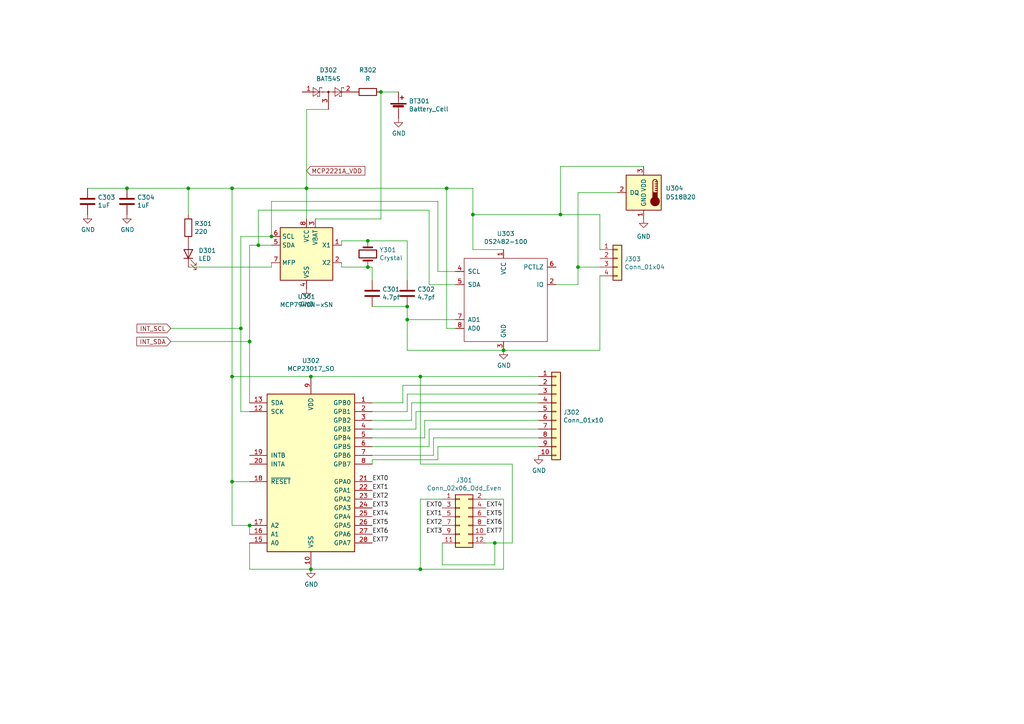
<source format=kicad_sch>
(kicad_sch (version 20211123) (generator eeschema)
  (paper "A4")
  (lib_symbols
    (symbol "445project_hub_new-rescue:DS2482-100-445project_hub-rescue" (pin_names (offset 1.016))
      (property "Reference" "U" (at 0 0 0))
      (property "Value" "DS2482-100-445project_hub-rescue" (at 0 0 0))
      (symbol "DS2482-100-445project_hub-rescue_0_0"
        (pin unspecified line (at 0 13.97 270) (length 2.54) (name "VCC") (number "1"))
        (pin unspecified line (at 15.24 3.81 180) (length 2.54) (name "IO") (number "2"))
        (pin unspecified line (at 0 -15.24 90) (length 2.54) (name "GND") (number "3"))
        (pin unspecified line (at -13.97 7.62 0) (length 2.54) (name "SCL") (number "4"))
        (pin unspecified line (at -13.97 3.81 0) (length 2.54) (name "SDA") (number "5"))
        (pin unspecified line (at 15.24 8.89 180) (length 2.54) (name "PCTLZ") (number "6"))
        (pin unspecified line (at -13.97 -6.35 0) (length 2.54) (name "AD1") (number "7"))
        (pin unspecified line (at -13.97 -8.89 0) (length 2.54) (name "AD0") (number "8"))
      )
      (symbol "DS2482-100-445project_hub-rescue_0_1"
        (rectangle (start -11.43 11.43) (end 12.7 -12.7))
      )
    )
    (symbol "445project_hub_new-rescue:MCP7940N-xSN-Timer"
      (property "Reference" "U" (at -6.35 8.89 0))
      (property "Value" "MCP7940N-xSN-Timer" (at 11.43 8.89 0))
      (symbol "MCP7940N-xSN-Timer_0_1"
        (rectangle (start -7.62 7.62) (end 7.62 -7.62) (stroke (width 0.254)) (fill (type background)))
      )
      (symbol "MCP7940N-xSN-Timer_1_1"
        (pin input line (at 10.16 2.54 180) (length 2.54) (name "X1") (number "1"))
        (pin output line (at 10.16 -2.54 180) (length 2.54) (name "X2") (number "2"))
        (pin power_in line (at 2.54 10.16 270) (length 2.54) (name "VBAT") (number "3"))
        (pin power_in line (at 0 -10.16 90) (length 2.54) (name "VSS") (number "4"))
        (pin bidirectional line (at -10.16 2.54 0) (length 2.54) (name "SDA") (number "5"))
        (pin input line (at -10.16 5.08 0) (length 2.54) (name "SCL") (number "6"))
        (pin open_collector line (at -10.16 -2.54 0) (length 2.54) (name "MFP") (number "7"))
        (pin power_in line (at 0 10.16 270) (length 2.54) (name "VCC") (number "8"))
      )
    )
    (symbol "Connector_Generic:Conn_01x04" (pin_names (offset 1.016) hide)
      (property "Reference" "J" (at 0 5.08 0))
      (property "Value" "Conn_01x04" (at 0 -7.62 0))
      (symbol "Conn_01x04_1_1"
        (rectangle (start -1.27 -4.953) (end 0 -5.207) (stroke (width 0.1524)))
        (rectangle (start -1.27 -2.413) (end 0 -2.667) (stroke (width 0.1524)))
        (rectangle (start -1.27 0.127) (end 0 -0.127) (stroke (width 0.1524)))
        (rectangle (start -1.27 2.667) (end 0 2.413) (stroke (width 0.1524)))
        (rectangle (start -1.27 3.81) (end 1.27 -6.35) (stroke (width 0.254)) (fill (type background)))
        (pin passive line (at -5.08 2.54 0) (length 3.81) (name "Pin_1") (number "1"))
        (pin passive line (at -5.08 0 0) (length 3.81) (name "Pin_2") (number "2"))
        (pin passive line (at -5.08 -2.54 0) (length 3.81) (name "Pin_3") (number "3"))
        (pin passive line (at -5.08 -5.08 0) (length 3.81) (name "Pin_4") (number "4"))
      )
    )
    (symbol "Connector_Generic:Conn_01x10" (pin_names (offset 1.016) hide)
      (property "Reference" "J" (at 0 12.7 0))
      (property "Value" "Conn_01x10" (at 0 -15.24 0))
      (symbol "Conn_01x10_1_1"
        (rectangle (start -1.27 -12.573) (end 0 -12.827) (stroke (width 0.1524)))
        (rectangle (start -1.27 -10.033) (end 0 -10.287) (stroke (width 0.1524)))
        (rectangle (start -1.27 -7.493) (end 0 -7.747) (stroke (width 0.1524)))
        (rectangle (start -1.27 -4.953) (end 0 -5.207) (stroke (width 0.1524)))
        (rectangle (start -1.27 -2.413) (end 0 -2.667) (stroke (width 0.1524)))
        (rectangle (start -1.27 0.127) (end 0 -0.127) (stroke (width 0.1524)))
        (rectangle (start -1.27 2.667) (end 0 2.413) (stroke (width 0.1524)))
        (rectangle (start -1.27 5.207) (end 0 4.953) (stroke (width 0.1524)))
        (rectangle (start -1.27 7.747) (end 0 7.493) (stroke (width 0.1524)))
        (rectangle (start -1.27 10.287) (end 0 10.033) (stroke (width 0.1524)))
        (rectangle (start -1.27 11.43) (end 1.27 -13.97) (stroke (width 0.254)) (fill (type background)))
        (pin passive line (at -5.08 10.16 0) (length 3.81) (name "Pin_1") (number "1"))
        (pin passive line (at -5.08 -12.7 0) (length 3.81) (name "Pin_10") (number "10"))
        (pin passive line (at -5.08 7.62 0) (length 3.81) (name "Pin_2") (number "2"))
        (pin passive line (at -5.08 5.08 0) (length 3.81) (name "Pin_3") (number "3"))
        (pin passive line (at -5.08 2.54 0) (length 3.81) (name "Pin_4") (number "4"))
        (pin passive line (at -5.08 0 0) (length 3.81) (name "Pin_5") (number "5"))
        (pin passive line (at -5.08 -2.54 0) (length 3.81) (name "Pin_6") (number "6"))
        (pin passive line (at -5.08 -5.08 0) (length 3.81) (name "Pin_7") (number "7"))
        (pin passive line (at -5.08 -7.62 0) (length 3.81) (name "Pin_8") (number "8"))
        (pin passive line (at -5.08 -10.16 0) (length 3.81) (name "Pin_9") (number "9"))
      )
    )
    (symbol "Connector_Generic:Conn_02x06_Odd_Even" (pin_names (offset 1.016) hide)
      (property "Reference" "J" (at 1.27 7.62 0))
      (property "Value" "Conn_02x06_Odd_Even" (at 1.27 -10.16 0))
      (symbol "Conn_02x06_Odd_Even_1_1"
        (rectangle (start -1.27 -7.493) (end 0 -7.747) (stroke (width 0.1524)))
        (rectangle (start -1.27 -4.953) (end 0 -5.207) (stroke (width 0.1524)))
        (rectangle (start -1.27 -2.413) (end 0 -2.667) (stroke (width 0.1524)))
        (rectangle (start -1.27 0.127) (end 0 -0.127) (stroke (width 0.1524)))
        (rectangle (start -1.27 2.667) (end 0 2.413) (stroke (width 0.1524)))
        (rectangle (start -1.27 5.207) (end 0 4.953) (stroke (width 0.1524)))
        (rectangle (start -1.27 6.35) (end 3.81 -8.89) (stroke (width 0.254)) (fill (type background)))
        (rectangle (start 3.81 -7.493) (end 2.54 -7.747) (stroke (width 0.1524)))
        (rectangle (start 3.81 -4.953) (end 2.54 -5.207) (stroke (width 0.1524)))
        (rectangle (start 3.81 -2.413) (end 2.54 -2.667) (stroke (width 0.1524)))
        (rectangle (start 3.81 0.127) (end 2.54 -0.127) (stroke (width 0.1524)))
        (rectangle (start 3.81 2.667) (end 2.54 2.413) (stroke (width 0.1524)))
        (rectangle (start 3.81 5.207) (end 2.54 4.953) (stroke (width 0.1524)))
        (pin passive line (at -5.08 5.08 0) (length 3.81) (name "Pin_1") (number "1"))
        (pin passive line (at 7.62 -5.08 180) (length 3.81) (name "Pin_10") (number "10"))
        (pin passive line (at -5.08 -7.62 0) (length 3.81) (name "Pin_11") (number "11"))
        (pin passive line (at 7.62 -7.62 180) (length 3.81) (name "Pin_12") (number "12"))
        (pin passive line (at 7.62 5.08 180) (length 3.81) (name "Pin_2") (number "2"))
        (pin passive line (at -5.08 2.54 0) (length 3.81) (name "Pin_3") (number "3"))
        (pin passive line (at 7.62 2.54 180) (length 3.81) (name "Pin_4") (number "4"))
        (pin passive line (at -5.08 0 0) (length 3.81) (name "Pin_5") (number "5"))
        (pin passive line (at 7.62 0 180) (length 3.81) (name "Pin_6") (number "6"))
        (pin passive line (at -5.08 -2.54 0) (length 3.81) (name "Pin_7") (number "7"))
        (pin passive line (at 7.62 -2.54 180) (length 3.81) (name "Pin_8") (number "8"))
        (pin passive line (at -5.08 -5.08 0) (length 3.81) (name "Pin_9") (number "9"))
      )
    )
    (symbol "Device:Battery_Cell" (pin_numbers hide) (pin_names (offset 0) hide)
      (property "Reference" "BT" (at 2.54 2.54 0))
      (property "Value" "Battery_Cell" (at 2.54 0 0))
      (symbol "Battery_Cell_0_1"
        (rectangle (start -2.286 1.778) (end 2.286 1.524) (fill (type outline)))
        (rectangle (start -1.5748 1.1938) (end 1.4732 0.6858) (fill (type outline)))
        (polyline (pts (xy 0 0.762) (xy 0 0)))
        (polyline (pts (xy 0 1.778) (xy 0 2.54)))
        (polyline (pts (xy 0.508 3.429) (xy 1.524 3.429)) (stroke (width 0.254)))
        (polyline (pts (xy 1.016 3.937) (xy 1.016 2.921)) (stroke (width 0.254)))
      )
      (symbol "Battery_Cell_1_1"
        (pin passive line (at 0 5.08 270) (length 2.54) (name "+") (number "1"))
        (pin passive line (at 0 -2.54 90) (length 2.54) (name "-") (number "2"))
      )
    )
    (symbol "Device:C" (pin_numbers hide) (pin_names (offset 0.254))
      (property "Reference" "C" (at 0.635 2.54 0))
      (property "Value" "C" (at 0.635 -2.54 0))
      (symbol "C_0_1"
        (polyline (pts (xy -2.032 -0.762) (xy 2.032 -0.762)) (stroke (width 0.508)))
        (polyline (pts (xy -2.032 0.762) (xy 2.032 0.762)) (stroke (width 0.508)))
      )
      (symbol "C_1_1"
        (pin passive line (at 0 3.81 270) (length 2.794) (name "~") (number "1"))
        (pin passive line (at 0 -3.81 90) (length 2.794) (name "~") (number "2"))
      )
    )
    (symbol "Device:Crystal" (pin_numbers hide) (pin_names (offset 1.016) hide)
      (property "Reference" "Y" (at 0 3.81 0))
      (property "Value" "Crystal" (at 0 -3.81 0))
      (symbol "Crystal_0_1"
        (rectangle (start -1.143 2.54) (end 1.143 -2.54) (stroke (width 0.3048)))
        (polyline (pts (xy -2.54 0) (xy -1.905 0)))
        (polyline (pts (xy -1.905 -1.27) (xy -1.905 1.27)) (stroke (width 0.508)))
        (polyline (pts (xy 1.905 -1.27) (xy 1.905 1.27)) (stroke (width 0.508)))
        (polyline (pts (xy 2.54 0) (xy 1.905 0)))
      )
      (symbol "Crystal_1_1"
        (pin passive line (at -3.81 0 0) (length 1.27) (name "1") (number "1"))
        (pin passive line (at 3.81 0 180) (length 1.27) (name "2") (number "2"))
      )
    )
    (symbol "Device:LED" (pin_numbers hide) (pin_names (offset 1.016) hide)
      (property "Reference" "D" (at 0 2.54 0))
      (property "Value" "LED" (at 0 -2.54 0))
      (symbol "LED_0_1"
        (polyline (pts (xy -1.27 -1.27) (xy -1.27 1.27)) (stroke (width 0.254)))
        (polyline (pts (xy -1.27 0) (xy 1.27 0)))
        (polyline (pts (xy 1.27 -1.27) (xy 1.27 1.27) (xy -1.27 0) (xy 1.27 -1.27)) (stroke (width 0.254)))
        (polyline (pts (xy -3.048 -0.762) (xy -4.572 -2.286) (xy -3.81 -2.286) (xy -4.572 -2.286) (xy -4.572 -1.524)))
        (polyline (pts (xy -1.778 -0.762) (xy -3.302 -2.286) (xy -2.54 -2.286) (xy -3.302 -2.286) (xy -3.302 -1.524)))
      )
      (symbol "LED_1_1"
        (pin passive line (at -3.81 0 0) (length 2.54) (name "K") (number "1"))
        (pin passive line (at 3.81 0 180) (length 2.54) (name "A") (number "2"))
      )
    )
    (symbol "Device:R" (pin_numbers hide) (pin_names (offset 0))
      (property "Reference" "R" (at 2.032 0 90))
      (property "Value" "R" (at 0 0 90))
      (symbol "R_0_1"
        (rectangle (start -1.016 -2.54) (end 1.016 2.54) (stroke (width 0.254)))
      )
      (symbol "R_1_1"
        (pin passive line (at 0 3.81 270) (length 1.27) (name "~") (number "1"))
        (pin passive line (at 0 -3.81 90) (length 1.27) (name "~") (number "2"))
      )
    )
    (symbol "Diode:BAT54S" (pin_names (offset 1.016))
      (property "Reference" "D" (at 0.635 -3.81 0))
      (property "Value" "BAT54S" (at -6.35 3.175 0))
      (symbol "BAT54S_0_1"
        (polyline (pts (xy -3.81 0) (xy -1.27 0)))
        (polyline (pts (xy -3.175 -1.27) (xy -3.175 -1.016)))
        (polyline (pts (xy -2.54 -1.27) (xy -3.175 -1.27)))
        (polyline (pts (xy -2.54 -1.27) (xy -2.54 1.27)))
        (polyline (pts (xy -2.54 1.27) (xy -1.905 1.27)))
        (polyline (pts (xy -1.905 0) (xy 1.905 0)))
        (polyline (pts (xy -1.905 1.27) (xy -1.905 1.016)))
        (polyline (pts (xy 1.27 0) (xy 3.81 0)))
        (polyline (pts (xy 3.175 -1.27) (xy 3.175 -1.016)))
        (polyline (pts (xy 3.81 -1.27) (xy 3.175 -1.27)))
        (polyline (pts (xy 3.81 -1.27) (xy 3.81 1.27)))
        (polyline (pts (xy 3.81 1.27) (xy 4.445 1.27)))
        (polyline (pts (xy 4.445 1.27) (xy 4.445 1.016)))
        (polyline (pts (xy -4.445 1.27) (xy -4.445 -1.27) (xy -2.54 0) (xy -4.445 1.27)))
        (polyline (pts (xy 1.905 1.27) (xy 1.905 -1.27) (xy 3.81 0) (xy 1.905 1.27)))
        (circle (center 0 0) (radius 0.254) (fill (type outline)))
      )
      (symbol "BAT54S_1_1"
        (pin passive line (at -7.62 0 0) (length 3.81) (name "~") (number "1"))
        (pin passive line (at 7.62 0 180) (length 3.81) (name "~") (number "2"))
        (pin passive line (at 0 -5.08 90) (length 5.08) (name "~") (number "3"))
      )
    )
    (symbol "Interface_Expansion:MCP23017_SO" (pin_names (offset 1.016))
      (property "Reference" "U" (at -11.43 24.13 0))
      (property "Value" "MCP23017_SO" (at 0 0 0))
      (symbol "MCP23017_SO_0_1"
        (rectangle (start -12.7 22.86) (end 12.7 -22.86) (stroke (width 0.254)) (fill (type background)))
      )
      (symbol "MCP23017_SO_1_1"
        (pin bidirectional line (at 17.78 20.32 180) (length 5.08) (name "GPB0") (number "1"))
        (pin power_in line (at 0 -27.94 90) (length 5.08) (name "VSS") (number "10"))
        (pin no_connect line (at -12.7 15.24 0) (length 5.08) hide (name "NC") (number "11"))
        (pin input line (at -17.78 17.78 0) (length 5.08) (name "SCK") (number "12"))
        (pin bidirectional line (at -17.78 20.32 0) (length 5.08) (name "SDA") (number "13"))
        (pin no_connect line (at -12.7 12.7 0) (length 5.08) hide (name "NC") (number "14"))
        (pin input line (at -17.78 -20.32 0) (length 5.08) (name "A0") (number "15"))
        (pin input line (at -17.78 -17.78 0) (length 5.08) (name "A1") (number "16"))
        (pin input line (at -17.78 -15.24 0) (length 5.08) (name "A2") (number "17"))
        (pin input line (at -17.78 -2.54 0) (length 5.08) (name "~{RESET}") (number "18"))
        (pin tri_state line (at -17.78 5.08 0) (length 5.08) (name "INTB") (number "19"))
        (pin bidirectional line (at 17.78 17.78 180) (length 5.08) (name "GPB1") (number "2"))
        (pin tri_state line (at -17.78 2.54 0) (length 5.08) (name "INTA") (number "20"))
        (pin bidirectional line (at 17.78 -2.54 180) (length 5.08) (name "GPA0") (number "21"))
        (pin bidirectional line (at 17.78 -5.08 180) (length 5.08) (name "GPA1") (number "22"))
        (pin bidirectional line (at 17.78 -7.62 180) (length 5.08) (name "GPA2") (number "23"))
        (pin bidirectional line (at 17.78 -10.16 180) (length 5.08) (name "GPA3") (number "24"))
        (pin bidirectional line (at 17.78 -12.7 180) (length 5.08) (name "GPA4") (number "25"))
        (pin bidirectional line (at 17.78 -15.24 180) (length 5.08) (name "GPA5") (number "26"))
        (pin bidirectional line (at 17.78 -17.78 180) (length 5.08) (name "GPA6") (number "27"))
        (pin bidirectional line (at 17.78 -20.32 180) (length 5.08) (name "GPA7") (number "28"))
        (pin bidirectional line (at 17.78 15.24 180) (length 5.08) (name "GPB2") (number "3"))
        (pin bidirectional line (at 17.78 12.7 180) (length 5.08) (name "GPB3") (number "4"))
        (pin bidirectional line (at 17.78 10.16 180) (length 5.08) (name "GPB4") (number "5"))
        (pin bidirectional line (at 17.78 7.62 180) (length 5.08) (name "GPB5") (number "6"))
        (pin bidirectional line (at 17.78 5.08 180) (length 5.08) (name "GPB6") (number "7"))
        (pin bidirectional line (at 17.78 2.54 180) (length 5.08) (name "GPB7") (number "8"))
        (pin power_in line (at 0 27.94 270) (length 5.08) (name "VDD") (number "9"))
      )
    )
    (symbol "Sensor_Temperature:DS18B20" (pin_names (offset 1.016))
      (property "Reference" "U" (at -3.81 6.35 0))
      (property "Value" "DS18B20" (at 6.35 6.35 0))
      (symbol "DS18B20_0_1"
        (rectangle (start -5.08 5.08) (end 5.08 -5.08) (stroke (width 0.254)) (fill (type background)))
        (circle (center -3.302 -2.54) (radius 1.27) (stroke (width 0.254)) (fill (type outline)))
        (rectangle (start -2.667 -1.905) (end -3.937 0) (stroke (width 0.254)) (fill (type outline)))
        (arc (start -2.667 3.175) (mid -3.302 3.81) (end -3.937 3.175) (stroke (width 0.254)))
        (polyline (pts (xy -3.937 0.635) (xy -3.302 0.635)) (stroke (width 0.254)))
        (polyline (pts (xy -3.937 1.27) (xy -3.302 1.27)) (stroke (width 0.254)))
        (polyline (pts (xy -3.937 1.905) (xy -3.302 1.905)) (stroke (width 0.254)))
        (polyline (pts (xy -3.937 2.54) (xy -3.302 2.54)) (stroke (width 0.254)))
        (polyline (pts (xy -3.937 3.175) (xy -3.937 0)) (stroke (width 0.254)))
        (polyline (pts (xy -3.937 3.175) (xy -3.302 3.175)) (stroke (width 0.254)))
        (polyline (pts (xy -2.667 3.175) (xy -2.667 0)) (stroke (width 0.254)))
      )
      (symbol "DS18B20_1_1"
        (pin power_in line (at 0 -7.62 90) (length 2.54) (name "GND") (number "1"))
        (pin bidirectional line (at 7.62 0 180) (length 2.54) (name "DQ") (number "2"))
        (pin power_in line (at 0 7.62 270) (length 2.54) (name "VDD") (number "3"))
      )
    )
    (symbol "power:GND" (power) (pin_names (offset 0))
      (property "Value" "GND" (at 0 -3.81 0))
      (symbol "GND_0_1"
        (polyline (pts (xy 0 0) (xy 0 -1.27) (xy 1.27 -1.27) (xy 0 -2.54) (xy -1.27 -1.27) (xy 0 -1.27)))
      )
      (symbol "GND_1_1"
        (pin power_in line (at 0 0 270) (length 0) hide (name "GND") (number "1"))
      )
    )
  )
  (junction (at 146.05 101.6))
  (junction (at 36.83 54.61))
  (junction (at 90.17 109.22))
  (junction (at 162.56 62.23))
  (junction (at 67.31 54.61))
  (junction (at 167.64 77.47))
  (junction (at 121.92 109.22))
  (junction (at 110.49 26.67))
  (junction (at 69.85 95.25))
  (junction (at 137.16 62.23))
  (junction (at 72.39 99.06))
  (junction (at 88.9 54.61))
  (junction (at 54.61 54.61))
  (junction (at 118.11 92.71))
  (junction (at 106.68 69.85))
  (junction (at 129.54 54.61))
  (junction (at 78.74 68.58))
  (junction (at 121.92 165.1))
  (junction (at 90.17 165.1))
  (junction (at 67.31 109.22))
  (junction (at 118.11 88.9))
  (junction (at 67.31 139.7))
  (junction (at 74.93 71.12))
  (junction (at 143.51 157.48))
  (junction (at 72.39 152.4))
  (junction (at 106.68 77.47))
  (wire (pts (xy 124.46 60.96) (xy 124.46 82.55)))
  (wire (pts (xy 78.74 68.58) (xy 69.85 68.58)))
  (wire (pts (xy 88.9 63.5) (xy 88.9 54.61)))
  (wire (pts (xy 179.07 55.88) (xy 167.64 55.88)))
  (wire (pts (xy 127 133.35) (xy 127 129.54)))
  (wire (pts (xy 72.39 71.12) (xy 74.93 71.12)))
  (wire (pts (xy 120.65 124.46) (xy 107.95 124.46)))
  (wire (pts (xy 107.95 133.35) (xy 127 133.35)))
  (wire (pts (xy 67.31 109.22) (xy 67.31 54.61)))
  (wire (pts (xy 127 78.74) (xy 132.08 78.74)))
  (wire (pts (xy 78.74 68.58) (xy 78.74 58.42)))
  (wire (pts (xy 67.31 54.61) (xy 88.9 54.61)))
  (wire (pts (xy 123.19 127) (xy 123.19 121.92)))
  (wire (pts (xy 72.39 116.84) (xy 72.39 99.06)))
  (wire (pts (xy 143.51 163.83) (xy 128.27 163.83)))
  (wire (pts (xy 118.11 88.9) (xy 118.11 92.71)))
  (wire (pts (xy 110.49 26.67) (xy 110.49 63.5)))
  (wire (pts (xy 118.11 101.6) (xy 146.05 101.6)))
  (wire (pts (xy 72.39 99.06) (xy 49.53 99.06)))
  (wire (pts (xy 78.74 77.47) (xy 54.61 77.47)))
  (wire (pts (xy 173.99 77.47) (xy 167.64 77.47)))
  (wire (pts (xy 67.31 152.4) (xy 67.31 139.7)))
  (wire (pts (xy 128.27 144.78) (xy 121.92 144.78)))
  (wire (pts (xy 120.65 119.38) (xy 120.65 124.46)))
  (wire (pts (xy 107.95 116.84) (xy 116.84 116.84)))
  (wire (pts (xy 99.06 76.2) (xy 99.06 77.47)))
  (wire (pts (xy 156.21 124.46) (xy 124.46 124.46)))
  (wire (pts (xy 72.39 165.1) (xy 90.17 165.1)))
  (wire (pts (xy 137.16 54.61) (xy 137.16 62.23)))
  (wire (pts (xy 106.68 69.85) (xy 99.06 69.85)))
  (wire (pts (xy 69.85 95.25) (xy 69.85 119.38)))
  (wire (pts (xy 123.19 121.92) (xy 156.21 121.92)))
  (wire (pts (xy 107.95 77.47) (xy 107.95 81.28)))
  (wire (pts (xy 118.11 119.38) (xy 107.95 119.38)))
  (wire (pts (xy 167.64 55.88) (xy 167.64 77.47)))
  (wire (pts (xy 72.39 157.48) (xy 72.39 165.1)))
  (wire (pts (xy 129.54 54.61) (xy 129.54 95.25)))
  (wire (pts (xy 88.9 31.75) (xy 95.25 31.75)))
  (wire (pts (xy 106.68 69.85) (xy 118.11 69.85)))
  (wire (pts (xy 143.51 157.48) (xy 140.97 157.48)))
  (wire (pts (xy 173.99 80.01) (xy 173.99 101.6)))
  (wire (pts (xy 90.17 109.22) (xy 121.92 109.22)))
  (wire (pts (xy 137.16 62.23) (xy 137.16 72.39)))
  (wire (pts (xy 107.95 121.92) (xy 119.38 121.92)))
  (wire (pts (xy 127 58.42) (xy 127 78.74)))
  (wire (pts (xy 173.99 101.6) (xy 146.05 101.6)))
  (wire (pts (xy 146.05 165.1) (xy 146.05 144.78)))
  (wire (pts (xy 72.39 152.4) (xy 67.31 152.4)))
  (wire (pts (xy 167.64 82.55) (xy 161.29 82.55)))
  (wire (pts (xy 156.21 114.3) (xy 118.11 114.3)))
  (wire (pts (xy 107.95 132.08) (xy 125.73 132.08)))
  (wire (pts (xy 107.95 88.9) (xy 118.11 88.9)))
  (wire (pts (xy 162.56 48.26) (xy 162.56 62.23)))
  (wire (pts (xy 124.46 124.46) (xy 124.46 129.54)))
  (wire (pts (xy 107.95 134.62) (xy 107.95 133.35)))
  (wire (pts (xy 78.74 71.12) (xy 74.93 71.12)))
  (wire (pts (xy 129.54 54.61) (xy 137.16 54.61)))
  (wire (pts (xy 118.11 92.71) (xy 118.11 101.6)))
  (wire (pts (xy 69.85 119.38) (xy 72.39 119.38)))
  (wire (pts (xy 121.92 109.22) (xy 156.21 109.22)))
  (wire (pts (xy 115.57 26.67) (xy 110.49 26.67)))
  (wire (pts (xy 110.49 63.5) (xy 91.44 63.5)))
  (wire (pts (xy 78.74 76.2) (xy 78.74 77.47)))
  (wire (pts (xy 88.9 54.61) (xy 129.54 54.61)))
  (wire (pts (xy 173.99 62.23) (xy 173.99 72.39)))
  (wire (pts (xy 118.11 69.85) (xy 118.11 81.28)))
  (wire (pts (xy 99.06 69.85) (xy 99.06 71.12)))
  (wire (pts (xy 125.73 127) (xy 156.21 127)))
  (wire (pts (xy 121.92 165.1) (xy 146.05 165.1)))
  (wire (pts (xy 54.61 54.61) (xy 54.61 62.23)))
  (wire (pts (xy 67.31 109.22) (xy 67.31 139.7)))
  (wire (pts (xy 72.39 154.94) (xy 72.39 152.4)))
  (wire (pts (xy 121.92 134.62) (xy 148.59 134.62)))
  (wire (pts (xy 72.39 99.06) (xy 72.39 71.12)))
  (wire (pts (xy 121.92 144.78) (xy 121.92 165.1)))
  (wire (pts (xy 90.17 109.22) (xy 67.31 109.22)))
  (wire (pts (xy 137.16 62.23) (xy 162.56 62.23)))
  (wire (pts (xy 69.85 68.58) (xy 69.85 95.25)))
  (wire (pts (xy 121.92 109.22) (xy 121.92 134.62)))
  (wire (pts (xy 67.31 139.7) (xy 72.39 139.7)))
  (wire (pts (xy 49.53 95.25) (xy 69.85 95.25)))
  (wire (pts (xy 90.17 165.1) (xy 121.92 165.1)))
  (wire (pts (xy 132.08 92.71) (xy 118.11 92.71)))
  (wire (pts (xy 143.51 157.48) (xy 143.51 163.83)))
  (wire (pts (xy 127 129.54) (xy 156.21 129.54)))
  (wire (pts (xy 116.84 111.76) (xy 156.21 111.76)))
  (wire (pts (xy 124.46 82.55) (xy 132.08 82.55)))
  (wire (pts (xy 67.31 54.61) (xy 54.61 54.61)))
  (wire (pts (xy 162.56 62.23) (xy 173.99 62.23)))
  (wire (pts (xy 128.27 163.83) (xy 128.27 157.48)))
  (wire (pts (xy 146.05 144.78) (xy 140.97 144.78)))
  (wire (pts (xy 129.54 95.25) (xy 132.08 95.25)))
  (wire (pts (xy 116.84 116.84) (xy 116.84 111.76)))
  (wire (pts (xy 148.59 134.62) (xy 148.59 157.48)))
  (wire (pts (xy 167.64 77.47) (xy 167.64 82.55)))
  (wire (pts (xy 106.68 77.47) (xy 107.95 77.47)))
  (wire (pts (xy 74.93 71.12) (xy 74.93 60.96)))
  (wire (pts (xy 74.93 60.96) (xy 124.46 60.96)))
  (wire (pts (xy 186.69 48.26) (xy 162.56 48.26)))
  (wire (pts (xy 107.95 127) (xy 123.19 127)))
  (wire (pts (xy 36.83 54.61) (xy 54.61 54.61)))
  (wire (pts (xy 118.11 114.3) (xy 118.11 119.38)))
  (wire (pts (xy 124.46 129.54) (xy 107.95 129.54)))
  (wire (pts (xy 156.21 119.38) (xy 120.65 119.38)))
  (wire (pts (xy 25.4 54.61) (xy 36.83 54.61)))
  (wire (pts (xy 148.59 157.48) (xy 143.51 157.48)))
  (wire (pts (xy 119.38 116.84) (xy 156.21 116.84)))
  (wire (pts (xy 99.06 77.47) (xy 106.68 77.47)))
  (wire (pts (xy 119.38 121.92) (xy 119.38 116.84)))
  (wire (pts (xy 78.74 58.42) (xy 127 58.42)))
  (wire (pts (xy 125.73 132.08) (xy 125.73 127)))
  (wire (pts (xy 88.9 31.75) (xy 88.9 54.61)))
  (wire (pts (xy 137.16 72.39) (xy 146.05 72.39)))
  (label "EXT7" (at 107.95 157.48 0))
  (label "EXT0" (at 128.27 147.32 180))
  (label "EXT5" (at 107.95 152.4 0))
  (label "EXT3" (at 128.27 154.94 180))
  (label "EXT3" (at 107.95 147.32 0))
  (label "EXT0" (at 107.95 139.7 0))
  (label "EXT4" (at 107.95 149.86 0))
  (label "EXT2" (at 107.95 144.78 0))
  (label "EXT4" (at 140.97 147.32 0))
  (label "EXT6" (at 107.95 154.94 0))
  (label "EXT6" (at 140.97 152.4 0))
  (label "EXT2" (at 128.27 152.4 180))
  (label "EXT5" (at 140.97 149.86 0))
  (label "EXT1" (at 107.95 142.24 0))
  (label "EXT1" (at 128.27 149.86 180))
  (label "EXT7" (at 140.97 154.94 0))
  (global_label "INT_SDA" (shape input) (at 49.53 99.06 180) (property "Intersheet References" "${INTERSHEET_REFS}" (effects hide)))
  (global_label "MCP2221A_VDD" (shape input) (at 88.9 49.53 0) (property "Intersheet References" "${INTERSHEET_REFS}" (effects hide)))
  (global_label "INT_SCL" (shape input) (at 49.53 95.25 180) (property "Intersheet References" "${INTERSHEET_REFS}" (effects hide)))
  (symbol (lib_id "445project_hub_new-rescue:DS2482-100-445project_hub-rescue") (at 146.05 86.36 0) (unit 1)
    (property "Reference" "U303" (at 146.685 67.7926 0))
    (property "Value" "DS2482-100" (at 146.685 70.104 0))
    (property "Footprint" "Package_SO:SOIC-8_5.23x5.23mm_P1.27mm" (effects hide))
  )
  (symbol (lib_id "Interface_Expansion:MCP23017_SO") (at 90.17 137.16 0) (unit 1)
    (property "Reference" "U302" (at 90.17 104.6226 0))
    (property "Value" "MCP23017_SO" (at 90.17 106.934 0))
    (property "Footprint" "Package_SO:SOIC-28W_7.5x17.9mm_P1.27mm" (effects hide))
    (property "Datasheet" "http://ww1.microchip.com/downloads/en/DeviceDoc/20001952C.pdf" (effects hide))
  )
  (symbol (lib_id "445project_hub_new-rescue:MCP7940N-xSN-Timer") (at 88.9 73.66 0) (unit 1)
    (property "Reference" "U301" (at 88.9 86.0806 0))
    (property "Value" "MCP7940N-xSN" (at 88.9 88.392 0))
    (property "Footprint" "Package_SO:SOIC-8_5.23x5.23mm_P1.27mm" (effects hide))
    (property "Datasheet" "http://ww1.microchip.com/downloads/en/DeviceDoc/20005010F.pdf" (effects hide))
  )
  (symbol (lib_id "power:GND") (at 88.9 83.82 0) (unit 1)
    (property "Reference" "#PWR0301" (effects hide))
    (property "Value" "GND" (at 89.027 88.2142 0))
  )
  (symbol (lib_id "power:GND") (at 90.17 165.1 0) (unit 1)
    (property "Reference" "#PWR0302" (effects hide))
    (property "Value" "GND" (at 90.297 169.4942 0))
  )
  (symbol (lib_id "power:GND") (at 146.05 101.6 0) (unit 1)
    (property "Reference" "#PWR0304" (effects hide))
    (property "Value" "GND" (at 146.177 105.9942 0))
  )
  (symbol (lib_id "Connector_Generic:Conn_02x06_Odd_Even") (at 133.35 149.86 0) (unit 1)
    (property "Reference" "J301" (at 134.62 139.2682 0))
    (property "Value" "Conn_02x06_Odd_Even" (at 134.62 141.5796 0))
    (property "Footprint" "Connector_PinHeader_2.54mm:PinHeader_2x06_P2.54mm_Horizontal" (effects hide))
  )
  (symbol (lib_id "Device:Crystal") (at 106.68 73.66 270) (unit 1)
    (property "Reference" "Y301" (at 110.0074 72.4916 90) (effects (justify left)))
    (property "Value" "Crystal" (at 110.0074 74.803 90) (effects (justify left)))
    (property "Footprint" "Capacitor_THT:C_Rect_L4.0mm_W2.5mm_P2.50mm" (effects hide))
  )
  (symbol (lib_id "Device:C") (at 118.11 85.09 0) (unit 1)
    (property "Reference" "C302" (at 121.031 83.9216 0) (effects (justify left)))
    (property "Value" "4.7pf" (at 121.031 86.233 0) (effects (justify left)))
    (property "Footprint" "Capacitor_SMD:C_0603_1608Metric_Pad1.05x0.95mm_HandSolder" (effects hide))
  )
  (symbol (lib_id "Device:C") (at 107.95 85.09 0) (unit 1)
    (property "Reference" "C301" (at 110.871 83.9216 0) (effects (justify left)))
    (property "Value" "4.7pf" (at 110.871 86.233 0) (effects (justify left)))
    (property "Footprint" "Capacitor_SMD:C_0603_1608Metric_Pad1.05x0.95mm_HandSolder" (effects hide))
  )
  (symbol (lib_id "Connector_Generic:Conn_01x04") (at 179.07 74.93 0) (unit 1)
    (property "Reference" "J303" (at 181.102 75.1332 0) (effects (justify left)))
    (property "Value" "Conn_01x04" (at 181.102 77.4446 0) (effects (justify left)))
    (property "Footprint" "Connector_PinHeader_2.54mm:PinHeader_1x04_P2.54mm_Vertical" (effects hide))
  )
  (symbol (lib_id "Connector_Generic:Conn_01x10") (at 161.29 119.38 0) (unit 1)
    (property "Reference" "J302" (at 163.322 119.5832 0) (effects (justify left)))
    (property "Value" "Conn_01x10" (at 163.322 121.8946 0) (effects (justify left)))
    (property "Footprint" "Connector_PinHeader_2.54mm:PinHeader_1x10_P2.54mm_Vertical" (effects hide))
  )
  (symbol (lib_id "power:GND") (at 156.21 132.08 0) (unit 1)
    (property "Reference" "#PWR0305" (effects hide))
    (property "Value" "GND" (at 156.337 136.4742 0))
  )
  (symbol (lib_id "Device:Battery_Cell") (at 115.57 31.75 0) (unit 1)
    (property "Reference" "BT301" (at 118.5672 29.3116 0) (effects (justify left)))
    (property "Value" "Battery_Cell" (at 118.5672 31.623 0) (effects (justify left)))
    (property "Footprint" "Connector_PinHeader_2.54mm:PinHeader_1x02_P2.54mm_Vertical" (effects hide))
  )
  (symbol (lib_id "power:GND") (at 115.57 34.29 0) (unit 1)
    (property "Reference" "#PWR0303" (effects hide))
    (property "Value" "GND" (at 115.697 38.6842 0))
  )
  (symbol (lib_id "Device:R") (at 54.61 66.04 0) (unit 1)
    (property "Reference" "R301" (at 56.388 64.8716 0) (effects (justify left)))
    (property "Value" "220" (at 56.388 67.183 0) (effects (justify left)))
    (property "Footprint" "Resistor_SMD:R_0603_1608Metric_Pad1.05x0.95mm_HandSolder" (effects hide))
  )
  (symbol (lib_id "Device:LED") (at 54.61 73.66 90) (unit 1)
    (property "Reference" "D301" (at 57.5818 72.6694 90) (effects (justify right)))
    (property "Value" "LED" (at 57.5818 74.9808 90) (effects (justify right)))
    (property "Footprint" "LED_THT:LED_D5.0mm" (effects hide))
  )
  (symbol (lib_id "Device:C") (at 25.4 58.42 0) (unit 1)
    (property "Reference" "C303" (at 28.321 57.2516 0) (effects (justify left)))
    (property "Value" "1uF" (at 28.321 59.563 0) (effects (justify left)))
    (property "Footprint" "Capacitor_SMD:C_0805_2012Metric_Pad1.15x1.40mm_HandSolder" (effects hide))
  )
  (symbol (lib_id "Device:C") (at 36.83 58.42 0) (unit 1)
    (property "Reference" "C304" (at 39.751 57.2516 0) (effects (justify left)))
    (property "Value" "1uF" (at 39.751 59.563 0) (effects (justify left)))
    (property "Footprint" "Capacitor_SMD:C_0805_2012Metric_Pad1.15x1.40mm_HandSolder" (effects hide))
  )
  (symbol (lib_id "power:GND") (at 25.4 62.23 0) (unit 1)
    (property "Reference" "#PWR0306" (effects hide))
    (property "Value" "GND" (at 25.527 66.6242 0))
  )
  (symbol (lib_id "power:GND") (at 36.83 62.23 0) (unit 1)
    (property "Reference" "#PWR0307" (effects hide))
    (property "Value" "GND" (at 36.957 66.6242 0))
  )
  (symbol (lib_id "power:GND") (at 186.69 63.5 0) (unit 1)
    (property "Reference" "#PWR0308" (effects hide))
    (property "Value" "GND" (at 186.69 68.58 0))
  )
  (symbol (lib_id "Device:R") (at 106.68 26.67 90) (unit 1)
    (property "Reference" "R302" (at 106.68 20.32 90))
    (property "Value" "R" (at 106.68 22.86 90))
    (property "Footprint" "Resistor_SMD:R_0603_1608Metric" (effects hide))
  )
  (symbol (lib_id "Sensor_Temperature:DS18B20") (at 186.69 55.88 0) (mirror y) (unit 1)
    (property "Reference" "U304" (at 193.04 54.6099 0) (effects (justify right)))
    (property "Value" "DS18B20" (at 193.04 57.1499 0) (effects (justify right)))
    (property "Footprint" "Package_TO_SOT_THT:TO-92_Inline" (effects hide))
    (property "Datasheet" "http://datasheets.maximintegrated.com/en/ds/DS18B20.pdf" (effects hide))
  )
  (symbol (lib_id "Diode:BAT54S") (at 95.25 26.67 0) (unit 1)
    (property "Reference" "D302" (at 95.25 20.32 0))
    (property "Value" "BAT54S" (at 95.25 22.86 0))
    (property "Footprint" "Package_TO_SOT_SMD:SOT-23" (effects hide))
    (property "Datasheet" "https://www.diodes.com/assets/Datasheets/ds11005.pdf" (effects hide))
  )
)
</source>
